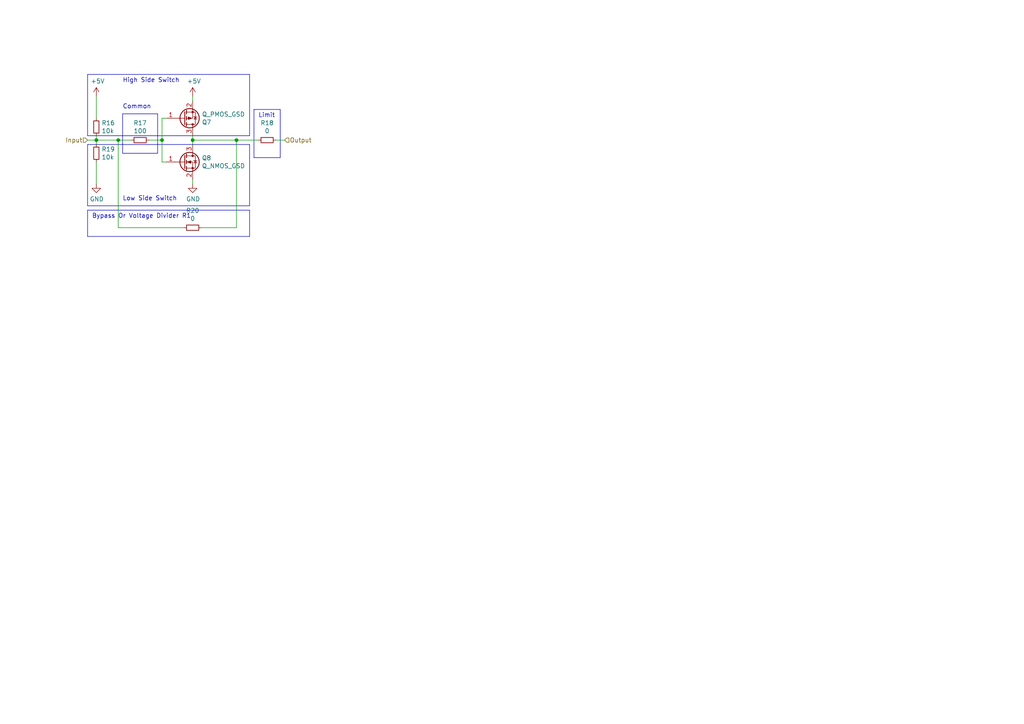
<source format=kicad_sch>
(kicad_sch (version 20230121) (generator eeschema)
  (paper "A4")
  (lib_symbols
    (symbol "Device:Q_NMOS_GSD" (pin_names (offset 0) hide)
      (property "Reference" "Q" (at 5.08 1.27 0))
      (property "Value" "Q_NMOS_GSD" (at 5.08 -1.27 0))
      (symbol "Q_NMOS_GSD_0_1"
        (polyline (pts (xy 0.254 0) (xy -2.54 0)))
        (polyline (pts (xy 0.254 1.905) (xy 0.254 -1.905)) (stroke (width 0.254)))
        (polyline (pts (xy 0.762 -1.27) (xy 0.762 -2.286)) (stroke (width 0.254)))
        (polyline (pts (xy 0.762 0.508) (xy 0.762 -0.508)) (stroke (width 0.254)))
        (polyline (pts (xy 0.762 2.286) (xy 0.762 1.27)) (stroke (width 0.254)))
        (polyline (pts (xy 2.54 2.54) (xy 2.54 1.778)))
        (polyline (pts (xy 2.54 -2.54) (xy 2.54 0) (xy 0.762 0)))
        (polyline (pts (xy 0.762 -1.778) (xy 3.302 -1.778) (xy 3.302 1.778) (xy 0.762 1.778)))
        (polyline (pts (xy 1.016 0) (xy 2.032 0.381) (xy 2.032 -0.381) (xy 1.016 0)) (fill (type outline)))
        (polyline (pts (xy 2.794 0.508) (xy 2.921 0.381) (xy 3.683 0.381) (xy 3.81 0.254)))
        (polyline (pts (xy 3.302 0.381) (xy 2.921 -0.254) (xy 3.683 -0.254) (xy 3.302 0.381)))
        (circle (center 1.651 0) (radius 2.794) (stroke (width 0.254)))
        (circle (center 2.54 -1.778) (radius 0.254) (fill (type outline)))
        (circle (center 2.54 1.778) (radius 0.254) (fill (type outline)))
      )
      (symbol "Q_NMOS_GSD_1_1"
        (pin input line (at -5.08 0 0) (length 2.54) (name "G") (number "1"))
        (pin passive line (at 2.54 -5.08 90) (length 2.54) (name "S") (number "2"))
        (pin passive line (at 2.54 5.08 270) (length 2.54) (name "D") (number "3"))
      )
    )
    (symbol "Device:Q_PMOS_GSD" (pin_names (offset 0) hide)
      (property "Reference" "Q" (at 5.08 1.27 0))
      (property "Value" "Q_PMOS_GSD" (at 5.08 -1.27 0))
      (symbol "Q_PMOS_GSD_0_1"
        (polyline (pts (xy 0.254 0) (xy -2.54 0)))
        (polyline (pts (xy 0.254 1.905) (xy 0.254 -1.905)) (stroke (width 0.254)))
        (polyline (pts (xy 0.762 -1.27) (xy 0.762 -2.286)) (stroke (width 0.254)))
        (polyline (pts (xy 0.762 0.508) (xy 0.762 -0.508)) (stroke (width 0.254)))
        (polyline (pts (xy 0.762 2.286) (xy 0.762 1.27)) (stroke (width 0.254)))
        (polyline (pts (xy 2.54 2.54) (xy 2.54 1.778)))
        (polyline (pts (xy 2.54 -2.54) (xy 2.54 0) (xy 0.762 0)))
        (polyline (pts (xy 0.762 1.778) (xy 3.302 1.778) (xy 3.302 -1.778) (xy 0.762 -1.778)))
        (polyline (pts (xy 2.286 0) (xy 1.27 0.381) (xy 1.27 -0.381) (xy 2.286 0)) (fill (type outline)))
        (polyline (pts (xy 2.794 -0.508) (xy 2.921 -0.381) (xy 3.683 -0.381) (xy 3.81 -0.254)))
        (polyline (pts (xy 3.302 -0.381) (xy 2.921 0.254) (xy 3.683 0.254) (xy 3.302 -0.381)))
        (circle (center 1.651 0) (radius 2.794) (stroke (width 0.254)))
        (circle (center 2.54 -1.778) (radius 0.254) (fill (type outline)))
        (circle (center 2.54 1.778) (radius 0.254) (fill (type outline)))
      )
      (symbol "Q_PMOS_GSD_1_1"
        (pin input line (at -5.08 0 0) (length 2.54) (name "G") (number "1"))
        (pin passive line (at 2.54 -5.08 90) (length 2.54) (name "S") (number "2"))
        (pin passive line (at 2.54 5.08 270) (length 2.54) (name "D") (number "3"))
      )
    )
    (symbol "Device:R_Small" (pin_numbers hide) (pin_names (offset 0.254) hide)
      (property "Reference" "R" (at 0.762 0.508 0))
      (property "Value" "R_Small" (at 0.762 -1.016 0))
      (symbol "R_Small_0_1"
        (rectangle (start -0.762 1.778) (end 0.762 -1.778) (stroke (width 0.2032)))
      )
      (symbol "R_Small_1_1"
        (pin passive line (at 0 2.54 270) (length 0.762) (name "~") (number "1"))
        (pin passive line (at 0 -2.54 90) (length 0.762) (name "~") (number "2"))
      )
    )
    (symbol "power:+5V" (power) (pin_names (offset 0))
      (property "Value" "+5V" (at 0 3.556 0))
      (symbol "+5V_0_1"
        (polyline (pts (xy -0.762 1.27) (xy 0 2.54)))
        (polyline (pts (xy 0 0) (xy 0 2.54)))
        (polyline (pts (xy 0 2.54) (xy 0.762 1.27)))
      )
      (symbol "+5V_1_1"
        (pin power_in line (at 0 0 90) (length 0) hide (name "+5V") (number "1"))
      )
    )
    (symbol "power:GND" (power) (pin_names (offset 0))
      (property "Value" "GND" (at 0 -3.81 0))
      (symbol "GND_0_1"
        (polyline (pts (xy 0 0) (xy 0 -1.27) (xy 1.27 -1.27) (xy 0 -2.54) (xy -1.27 -1.27) (xy 0 -1.27)))
      )
      (symbol "GND_1_1"
        (pin power_in line (at 0 0 270) (length 0) hide (name "GND") (number "1"))
      )
    )
  )
  (junction (at 46.99 40.64))
  (junction (at 55.88 40.64))
  (junction (at 27.94 40.64))
  (junction (at 68.58 40.64))
  (junction (at 34.29 40.64))
  (wire (pts (xy 68.58 40.64) (xy 55.88 40.64)))
  (wire (pts (xy 53.34 66.04) (xy 34.29 66.04)))
  (polyline (pts (xy 25.4 59.69) (xy 72.39 59.69)))
  (polyline (pts (xy 25.4 60.96) (xy 72.39 60.96)))
  (wire (pts (xy 74.93 40.64) (xy 68.58 40.64)))
  (wire (pts (xy 46.99 34.29) (xy 46.99 40.64)))
  (wire (pts (xy 55.88 53.34) (xy 55.88 52.07)))
  (polyline (pts (xy 72.39 59.69) (xy 72.39 41.91)))
  (wire (pts (xy 27.94 34.29) (xy 27.94 27.94)))
  (wire (pts (xy 55.88 40.64) (xy 55.88 39.37)))
  (wire (pts (xy 34.29 40.64) (xy 27.94 40.64)))
  (wire (pts (xy 34.29 66.04) (xy 34.29 40.64)))
  (wire (pts (xy 38.1 40.64) (xy 34.29 40.64)))
  (wire (pts (xy 25.4 40.64) (xy 27.94 40.64)))
  (polyline (pts (xy 73.66 31.75) (xy 73.66 45.72)))
  (wire (pts (xy 46.99 40.64) (xy 46.99 46.99)))
  (polyline (pts (xy 72.39 41.91) (xy 25.4 41.91)))
  (wire (pts (xy 55.88 27.94) (xy 55.88 29.21)))
  (polyline (pts (xy 25.4 39.37) (xy 25.4 21.59)))
  (polyline (pts (xy 25.4 41.91) (xy 25.4 59.69)))
  (wire (pts (xy 55.88 41.91) (xy 55.88 40.64)))
  (wire (pts (xy 27.94 40.64) (xy 27.94 39.37)))
  (polyline (pts (xy 73.66 45.72) (xy 81.28 45.72)))
  (polyline (pts (xy 35.56 44.45) (xy 45.72 44.45)))
  (polyline (pts (xy 35.56 33.02) (xy 35.56 44.45)))
  (polyline (pts (xy 81.28 31.75) (xy 73.66 31.75)))
  (wire (pts (xy 27.94 40.64) (xy 27.94 41.91)))
  (polyline (pts (xy 45.72 44.45) (xy 45.72 33.02)))
  (polyline (pts (xy 25.4 21.59) (xy 72.39 21.59)))
  (wire (pts (xy 46.99 40.64) (xy 43.18 40.64)))
  (polyline (pts (xy 25.4 68.58) (xy 25.4 60.96)))
  (wire (pts (xy 82.55 40.64) (xy 80.01 40.64)))
  (polyline (pts (xy 81.28 45.72) (xy 81.28 31.75)))
  (wire (pts (xy 68.58 66.04) (xy 68.58 40.64)))
  (polyline (pts (xy 45.72 33.02) (xy 35.56 33.02)))
  (wire (pts (xy 58.42 66.04) (xy 68.58 66.04)))
  (wire (pts (xy 48.26 34.29) (xy 46.99 34.29)))
  (wire (pts (xy 46.99 46.99) (xy 48.26 46.99)))
  (polyline (pts (xy 72.39 68.58) (xy 25.4 68.58)))
  (polyline (pts (xy 72.39 60.96) (xy 72.39 68.58)))
  (wire (pts (xy 27.94 46.99) (xy 27.94 53.34)))
  (polyline (pts (xy 72.39 39.37) (xy 25.4 39.37)))
  (polyline (pts (xy 72.39 21.59) (xy 72.39 39.37)))
  (text "High Side Switch" (at 35.56 24.13 0) (effects (font (size 1.27 1.27)) (justify left bottom)))
  (text "Common" (at 35.56 31.75 0) (effects (font (size 1.27 1.27)) (justify left bottom)))
  (text "Limit" (at 74.93 34.29 0) (effects (font (size 1.27 1.27)) (justify left bottom)))
  (text "Bypass Or Voltage Divider R1" (at 26.67 63.5 0) (effects (font (size 1.27 1.27)) (justify left bottom)))
  (text "Low Side Switch" (at 35.56 58.42 0) (effects (font (size 1.27 1.27)) (justify left bottom)))
  (hierarchical_label "Input" (shape input) (at 25.4 40.64 180))
  (hierarchical_label "Output" (shape input) (at 82.55 40.64 0))
  (symbol (lib_id "Device:R_Small") (at 77.47 40.64 270) (unit 1)
    (property "Reference" "R18" (at 77.47 35.6616 90))
    (property "Value" "0" (at 77.47 37.973 90))
    (property "Footprint" "Resistor_SMD:R_0805_2012Metric" (effects hide))
  )
  (symbol (lib_id "Device:Q_PMOS_GSD") (at 53.34 34.29 0) (mirror x) (unit 1)
    (property "Reference" "Q7" (at 58.547 35.4584 0) (effects (justify left)))
    (property "Value" "Q_PMOS_GSD" (at 58.547 33.147 0) (effects (justify left)))
    (property "Footprint" "Package_TO_SOT_SMD:SOT-23" (effects hide))
  )
  (symbol (lib_id "Device:Q_NMOS_GSD") (at 53.34 46.99 0) (unit 1)
    (property "Reference" "Q8" (at 58.5216 45.8216 0) (effects (justify left)))
    (property "Value" "Q_NMOS_GSD" (at 58.5216 48.133 0) (effects (justify left)))
    (property "Footprint" "Package_TO_SOT_SMD:SOT-23" (effects hide))
  )
  (symbol (lib_id "power:+5V") (at 55.88 27.94 0) (unit 1)
    (property "Reference" "#PWR021" (effects hide))
    (property "Value" "+5V" (at 56.261 23.5458 0))
  )
  (symbol (lib_id "power:+5V") (at 27.94 27.94 0) (unit 1)
    (property "Reference" "#PWR020" (effects hide))
    (property "Value" "+5V" (at 28.321 23.5458 0))
  )
  (symbol (lib_id "power:GND") (at 55.88 53.34 0) (unit 1)
    (property "Reference" "#PWR023" (effects hide))
    (property "Value" "GND" (at 56.007 57.7342 0))
  )
  (symbol (lib_id "power:GND") (at 27.94 53.34 0) (unit 1)
    (property "Reference" "#PWR022" (effects hide))
    (property "Value" "GND" (at 28.067 57.7342 0))
  )
  (symbol (lib_id "Device:R_Small") (at 55.88 66.04 270) (unit 1)
    (property "Reference" "R20" (at 55.88 61.0616 90))
    (property "Value" "0" (at 55.88 63.373 90))
    (property "Footprint" "Resistor_SMD:R_0805_2012Metric" (effects hide))
  )
  (symbol (lib_id "Device:R_Small") (at 27.94 36.83 180) (unit 1)
    (property "Reference" "R16" (at 29.4386 35.6616 0) (effects (justify right)))
    (property "Value" "10k" (at 29.4386 37.973 0) (effects (justify right)))
    (property "Footprint" "Resistor_SMD:R_0805_2012Metric" (effects hide))
  )
  (symbol (lib_id "Device:R_Small") (at 27.94 44.45 180) (unit 1)
    (property "Reference" "R19" (at 29.4386 43.2816 0) (effects (justify right)))
    (property "Value" "10k" (at 29.4386 45.593 0) (effects (justify right)))
    (property "Footprint" "Resistor_SMD:R_0805_2012Metric" (effects hide))
  )
  (symbol (lib_id "Device:R_Small") (at 40.64 40.64 90) (unit 1)
    (property "Reference" "R17" (at 40.64 35.6616 90))
    (property "Value" "100" (at 40.64 37.973 90))
    (property "Footprint" "Resistor_SMD:R_0805_2012Metric" (effects hide))
  )
)
</source>
